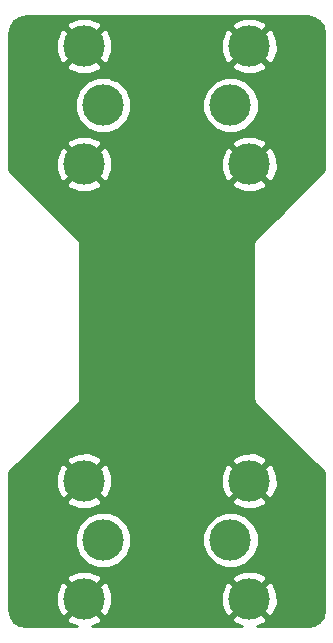
<source format=gbl>
G04 #@! TF.FileFunction,Copper,L2,Bot,Signal*
%FSLAX46Y46*%
G04 Gerber Fmt 4.6, Leading zero omitted, Abs format (unit mm)*
G04 Created by KiCad (PCBNEW (2015-05-13 BZR 5653)-product) date Sunday, September 27, 2015 'PMt' 08:24:50 PM*
%MOMM*%
G01*
G04 APERTURE LIST*
%ADD10C,0.100000*%
%ADD11C,3.500000*%
%ADD12C,0.254000*%
G04 APERTURE END LIST*
D10*
D11*
X137400000Y-115000000D03*
X139000000Y-120000000D03*
X139000000Y-110000000D03*
X126600000Y-115000000D03*
X125000000Y-110000000D03*
X125000000Y-120000000D03*
X137400000Y-78200000D03*
X139000000Y-83200000D03*
X139000000Y-73200000D03*
X126600000Y-78200000D03*
X125000000Y-73200000D03*
X125000000Y-83200000D03*
D12*
G36*
X145315000Y-120932533D02*
X145202502Y-121498093D01*
X144920356Y-121920356D01*
X144498093Y-122202502D01*
X143932532Y-122315000D01*
X141390956Y-122315000D01*
X141390956Y-120443409D01*
X141390956Y-110443409D01*
X141378641Y-109494677D01*
X141039271Y-108675364D01*
X140694528Y-108485077D01*
X140514923Y-108664682D01*
X140514923Y-108305472D01*
X140324636Y-107960729D01*
X139443409Y-107609044D01*
X138494677Y-107621359D01*
X137675364Y-107960729D01*
X137485077Y-108305472D01*
X139000000Y-109820395D01*
X140514923Y-108305472D01*
X140514923Y-108664682D01*
X139179605Y-110000000D01*
X140694528Y-111514923D01*
X141039271Y-111324636D01*
X141390956Y-110443409D01*
X141390956Y-120443409D01*
X141378641Y-119494677D01*
X141039271Y-118675364D01*
X140694528Y-118485077D01*
X140514923Y-118664682D01*
X140514923Y-118305472D01*
X140514923Y-111694528D01*
X139000000Y-110179605D01*
X138820395Y-110359210D01*
X138820395Y-110000000D01*
X137305472Y-108485077D01*
X136960729Y-108675364D01*
X136609044Y-109556591D01*
X136621359Y-110505323D01*
X136960729Y-111324636D01*
X137305472Y-111514923D01*
X138820395Y-110000000D01*
X138820395Y-110359210D01*
X137485077Y-111694528D01*
X137675364Y-112039271D01*
X138556591Y-112390956D01*
X139505323Y-112378641D01*
X140324636Y-112039271D01*
X140514923Y-111694528D01*
X140514923Y-118305472D01*
X140324636Y-117960729D01*
X139785413Y-117745532D01*
X139785413Y-114527675D01*
X139423084Y-113650771D01*
X138752758Y-112979274D01*
X137876487Y-112615415D01*
X136927675Y-112614587D01*
X136050771Y-112976916D01*
X135379274Y-113647242D01*
X135015415Y-114523513D01*
X135014587Y-115472325D01*
X135376916Y-116349229D01*
X136047242Y-117020726D01*
X136923513Y-117384585D01*
X137872325Y-117385413D01*
X138749229Y-117023084D01*
X139420726Y-116352758D01*
X139784585Y-115476487D01*
X139785413Y-114527675D01*
X139785413Y-117745532D01*
X139443409Y-117609044D01*
X138494677Y-117621359D01*
X137675364Y-117960729D01*
X137485077Y-118305472D01*
X139000000Y-119820395D01*
X140514923Y-118305472D01*
X140514923Y-118664682D01*
X139179605Y-120000000D01*
X140694528Y-121514923D01*
X141039271Y-121324636D01*
X141390956Y-120443409D01*
X141390956Y-122315000D01*
X139658966Y-122315000D01*
X140324636Y-122039271D01*
X140514923Y-121694528D01*
X139000000Y-120179605D01*
X138820395Y-120359210D01*
X138820395Y-120000000D01*
X137305472Y-118485077D01*
X136960729Y-118675364D01*
X136609044Y-119556591D01*
X136621359Y-120505323D01*
X136960729Y-121324636D01*
X137305472Y-121514923D01*
X138820395Y-120000000D01*
X138820395Y-120359210D01*
X137485077Y-121694528D01*
X137675364Y-122039271D01*
X138366265Y-122315000D01*
X128985413Y-122315000D01*
X128985413Y-114527675D01*
X128985413Y-77727675D01*
X128623084Y-76850771D01*
X127952758Y-76179274D01*
X127390956Y-75945993D01*
X127390956Y-73643409D01*
X127378641Y-72694677D01*
X127039271Y-71875364D01*
X126694528Y-71685077D01*
X126514923Y-71864682D01*
X126514923Y-71505472D01*
X126324636Y-71160729D01*
X125443409Y-70809044D01*
X124494677Y-70821359D01*
X123675364Y-71160729D01*
X123485077Y-71505472D01*
X125000000Y-73020395D01*
X126514923Y-71505472D01*
X126514923Y-71864682D01*
X125179605Y-73200000D01*
X126694528Y-74714923D01*
X127039271Y-74524636D01*
X127390956Y-73643409D01*
X127390956Y-75945993D01*
X127076487Y-75815415D01*
X126514923Y-75814924D01*
X126514923Y-74894528D01*
X125000000Y-73379605D01*
X124820395Y-73559210D01*
X124820395Y-73200000D01*
X123305472Y-71685077D01*
X122960729Y-71875364D01*
X122609044Y-72756591D01*
X122621359Y-73705323D01*
X122960729Y-74524636D01*
X123305472Y-74714923D01*
X124820395Y-73200000D01*
X124820395Y-73559210D01*
X123485077Y-74894528D01*
X123675364Y-75239271D01*
X124556591Y-75590956D01*
X125505323Y-75578641D01*
X126324636Y-75239271D01*
X126514923Y-74894528D01*
X126514923Y-75814924D01*
X126127675Y-75814587D01*
X125250771Y-76176916D01*
X124579274Y-76847242D01*
X124215415Y-77723513D01*
X124214587Y-78672325D01*
X124576916Y-79549229D01*
X125247242Y-80220726D01*
X126123513Y-80584585D01*
X127072325Y-80585413D01*
X127949229Y-80223084D01*
X128620726Y-79552758D01*
X128984585Y-78676487D01*
X128985413Y-77727675D01*
X128985413Y-114527675D01*
X128623084Y-113650771D01*
X127952758Y-112979274D01*
X127390956Y-112745993D01*
X127390956Y-110443409D01*
X127390956Y-83643409D01*
X127378641Y-82694677D01*
X127039271Y-81875364D01*
X126694528Y-81685077D01*
X126514923Y-81864682D01*
X126514923Y-81505472D01*
X126324636Y-81160729D01*
X125443409Y-80809044D01*
X124494677Y-80821359D01*
X123675364Y-81160729D01*
X123485077Y-81505472D01*
X125000000Y-83020395D01*
X126514923Y-81505472D01*
X126514923Y-81864682D01*
X125179605Y-83200000D01*
X126694528Y-84714923D01*
X127039271Y-84524636D01*
X127390956Y-83643409D01*
X127390956Y-110443409D01*
X127378641Y-109494677D01*
X127039271Y-108675364D01*
X126694528Y-108485077D01*
X126514923Y-108664682D01*
X126514923Y-108305472D01*
X126514923Y-84894528D01*
X125000000Y-83379605D01*
X124820395Y-83559210D01*
X124820395Y-83200000D01*
X123305472Y-81685077D01*
X122960729Y-81875364D01*
X122609044Y-82756591D01*
X122621359Y-83705323D01*
X122960729Y-84524636D01*
X123305472Y-84714923D01*
X124820395Y-83200000D01*
X124820395Y-83559210D01*
X123485077Y-84894528D01*
X123675364Y-85239271D01*
X124556591Y-85590956D01*
X125505323Y-85578641D01*
X126324636Y-85239271D01*
X126514923Y-84894528D01*
X126514923Y-108305472D01*
X126324636Y-107960729D01*
X125443409Y-107609044D01*
X124494677Y-107621359D01*
X123675364Y-107960729D01*
X123485077Y-108305472D01*
X125000000Y-109820395D01*
X126514923Y-108305472D01*
X126514923Y-108664682D01*
X125179605Y-110000000D01*
X126694528Y-111514923D01*
X127039271Y-111324636D01*
X127390956Y-110443409D01*
X127390956Y-112745993D01*
X127076487Y-112615415D01*
X126514923Y-112614924D01*
X126514923Y-111694528D01*
X125000000Y-110179605D01*
X124820395Y-110359210D01*
X124820395Y-110000000D01*
X123305472Y-108485077D01*
X122960729Y-108675364D01*
X122609044Y-109556591D01*
X122621359Y-110505323D01*
X122960729Y-111324636D01*
X123305472Y-111514923D01*
X124820395Y-110000000D01*
X124820395Y-110359210D01*
X123485077Y-111694528D01*
X123675364Y-112039271D01*
X124556591Y-112390956D01*
X125505323Y-112378641D01*
X126324636Y-112039271D01*
X126514923Y-111694528D01*
X126514923Y-112614924D01*
X126127675Y-112614587D01*
X125250771Y-112976916D01*
X124579274Y-113647242D01*
X124215415Y-114523513D01*
X124214587Y-115472325D01*
X124576916Y-116349229D01*
X125247242Y-117020726D01*
X126123513Y-117384585D01*
X127072325Y-117385413D01*
X127949229Y-117023084D01*
X128620726Y-116352758D01*
X128984585Y-115476487D01*
X128985413Y-114527675D01*
X128985413Y-122315000D01*
X127390956Y-122315000D01*
X127390956Y-120443409D01*
X127378641Y-119494677D01*
X127039271Y-118675364D01*
X126694528Y-118485077D01*
X126514923Y-118664682D01*
X126514923Y-118305472D01*
X126324636Y-117960729D01*
X125443409Y-117609044D01*
X124494677Y-117621359D01*
X123675364Y-117960729D01*
X123485077Y-118305472D01*
X125000000Y-119820395D01*
X126514923Y-118305472D01*
X126514923Y-118664682D01*
X125179605Y-120000000D01*
X126694528Y-121514923D01*
X127039271Y-121324636D01*
X127390956Y-120443409D01*
X127390956Y-122315000D01*
X125658966Y-122315000D01*
X126324636Y-122039271D01*
X126514923Y-121694528D01*
X125000000Y-120179605D01*
X124820395Y-120359210D01*
X124820395Y-120000000D01*
X123305472Y-118485077D01*
X122960729Y-118675364D01*
X122609044Y-119556591D01*
X122621359Y-120505323D01*
X122960729Y-121324636D01*
X123305472Y-121514923D01*
X124820395Y-120000000D01*
X124820395Y-120359210D01*
X123485077Y-121694528D01*
X123675364Y-122039271D01*
X124366265Y-122315000D01*
X120067466Y-122315000D01*
X119501906Y-122202502D01*
X119079643Y-121920356D01*
X118797497Y-121498093D01*
X118685000Y-120932532D01*
X118685000Y-109283736D01*
X124484368Y-103484368D01*
X124632857Y-103262138D01*
X124685000Y-103000000D01*
X124685000Y-90000000D01*
X124632857Y-89737862D01*
X124484368Y-89515632D01*
X118685000Y-83716264D01*
X118685000Y-72067467D01*
X118797497Y-71501906D01*
X119079643Y-71079643D01*
X119501906Y-70797497D01*
X120067466Y-70685000D01*
X143932532Y-70685000D01*
X144498093Y-70797497D01*
X144920356Y-71079643D01*
X145202502Y-71501906D01*
X145315000Y-72067466D01*
X145315000Y-83716264D01*
X141390956Y-87640308D01*
X141390956Y-83643409D01*
X141390956Y-73643409D01*
X141378641Y-72694677D01*
X141039271Y-71875364D01*
X140694528Y-71685077D01*
X140514923Y-71864682D01*
X140514923Y-71505472D01*
X140324636Y-71160729D01*
X139443409Y-70809044D01*
X138494677Y-70821359D01*
X137675364Y-71160729D01*
X137485077Y-71505472D01*
X139000000Y-73020395D01*
X140514923Y-71505472D01*
X140514923Y-71864682D01*
X139179605Y-73200000D01*
X140694528Y-74714923D01*
X141039271Y-74524636D01*
X141390956Y-73643409D01*
X141390956Y-83643409D01*
X141378641Y-82694677D01*
X141039271Y-81875364D01*
X140694528Y-81685077D01*
X140514923Y-81864682D01*
X140514923Y-81505472D01*
X140514923Y-74894528D01*
X139000000Y-73379605D01*
X138820395Y-73559210D01*
X138820395Y-73200000D01*
X137305472Y-71685077D01*
X136960729Y-71875364D01*
X136609044Y-72756591D01*
X136621359Y-73705323D01*
X136960729Y-74524636D01*
X137305472Y-74714923D01*
X138820395Y-73200000D01*
X138820395Y-73559210D01*
X137485077Y-74894528D01*
X137675364Y-75239271D01*
X138556591Y-75590956D01*
X139505323Y-75578641D01*
X140324636Y-75239271D01*
X140514923Y-74894528D01*
X140514923Y-81505472D01*
X140324636Y-81160729D01*
X139785413Y-80945532D01*
X139785413Y-77727675D01*
X139423084Y-76850771D01*
X138752758Y-76179274D01*
X137876487Y-75815415D01*
X136927675Y-75814587D01*
X136050771Y-76176916D01*
X135379274Y-76847242D01*
X135015415Y-77723513D01*
X135014587Y-78672325D01*
X135376916Y-79549229D01*
X136047242Y-80220726D01*
X136923513Y-80584585D01*
X137872325Y-80585413D01*
X138749229Y-80223084D01*
X139420726Y-79552758D01*
X139784585Y-78676487D01*
X139785413Y-77727675D01*
X139785413Y-80945532D01*
X139443409Y-80809044D01*
X138494677Y-80821359D01*
X137675364Y-81160729D01*
X137485077Y-81505472D01*
X139000000Y-83020395D01*
X140514923Y-81505472D01*
X140514923Y-81864682D01*
X139179605Y-83200000D01*
X140694528Y-84714923D01*
X141039271Y-84524636D01*
X141390956Y-83643409D01*
X141390956Y-87640308D01*
X140514923Y-88516341D01*
X140514923Y-84894528D01*
X139000000Y-83379605D01*
X138820395Y-83559210D01*
X138820395Y-83200000D01*
X137305472Y-81685077D01*
X136960729Y-81875364D01*
X136609044Y-82756591D01*
X136621359Y-83705323D01*
X136960729Y-84524636D01*
X137305472Y-84714923D01*
X138820395Y-83200000D01*
X138820395Y-83559210D01*
X137485077Y-84894528D01*
X137675364Y-85239271D01*
X138556591Y-85590956D01*
X139505323Y-85578641D01*
X140324636Y-85239271D01*
X140514923Y-84894528D01*
X140514923Y-88516341D01*
X139515632Y-89515632D01*
X139367143Y-89737862D01*
X139315000Y-90000000D01*
X139315000Y-103000000D01*
X139367143Y-103262138D01*
X139515632Y-103484368D01*
X145315000Y-109283736D01*
X145315000Y-120932533D01*
X145315000Y-120932533D01*
G37*
X145315000Y-120932533D02*
X145202502Y-121498093D01*
X144920356Y-121920356D01*
X144498093Y-122202502D01*
X143932532Y-122315000D01*
X141390956Y-122315000D01*
X141390956Y-120443409D01*
X141390956Y-110443409D01*
X141378641Y-109494677D01*
X141039271Y-108675364D01*
X140694528Y-108485077D01*
X140514923Y-108664682D01*
X140514923Y-108305472D01*
X140324636Y-107960729D01*
X139443409Y-107609044D01*
X138494677Y-107621359D01*
X137675364Y-107960729D01*
X137485077Y-108305472D01*
X139000000Y-109820395D01*
X140514923Y-108305472D01*
X140514923Y-108664682D01*
X139179605Y-110000000D01*
X140694528Y-111514923D01*
X141039271Y-111324636D01*
X141390956Y-110443409D01*
X141390956Y-120443409D01*
X141378641Y-119494677D01*
X141039271Y-118675364D01*
X140694528Y-118485077D01*
X140514923Y-118664682D01*
X140514923Y-118305472D01*
X140514923Y-111694528D01*
X139000000Y-110179605D01*
X138820395Y-110359210D01*
X138820395Y-110000000D01*
X137305472Y-108485077D01*
X136960729Y-108675364D01*
X136609044Y-109556591D01*
X136621359Y-110505323D01*
X136960729Y-111324636D01*
X137305472Y-111514923D01*
X138820395Y-110000000D01*
X138820395Y-110359210D01*
X137485077Y-111694528D01*
X137675364Y-112039271D01*
X138556591Y-112390956D01*
X139505323Y-112378641D01*
X140324636Y-112039271D01*
X140514923Y-111694528D01*
X140514923Y-118305472D01*
X140324636Y-117960729D01*
X139785413Y-117745532D01*
X139785413Y-114527675D01*
X139423084Y-113650771D01*
X138752758Y-112979274D01*
X137876487Y-112615415D01*
X136927675Y-112614587D01*
X136050771Y-112976916D01*
X135379274Y-113647242D01*
X135015415Y-114523513D01*
X135014587Y-115472325D01*
X135376916Y-116349229D01*
X136047242Y-117020726D01*
X136923513Y-117384585D01*
X137872325Y-117385413D01*
X138749229Y-117023084D01*
X139420726Y-116352758D01*
X139784585Y-115476487D01*
X139785413Y-114527675D01*
X139785413Y-117745532D01*
X139443409Y-117609044D01*
X138494677Y-117621359D01*
X137675364Y-117960729D01*
X137485077Y-118305472D01*
X139000000Y-119820395D01*
X140514923Y-118305472D01*
X140514923Y-118664682D01*
X139179605Y-120000000D01*
X140694528Y-121514923D01*
X141039271Y-121324636D01*
X141390956Y-120443409D01*
X141390956Y-122315000D01*
X139658966Y-122315000D01*
X140324636Y-122039271D01*
X140514923Y-121694528D01*
X139000000Y-120179605D01*
X138820395Y-120359210D01*
X138820395Y-120000000D01*
X137305472Y-118485077D01*
X136960729Y-118675364D01*
X136609044Y-119556591D01*
X136621359Y-120505323D01*
X136960729Y-121324636D01*
X137305472Y-121514923D01*
X138820395Y-120000000D01*
X138820395Y-120359210D01*
X137485077Y-121694528D01*
X137675364Y-122039271D01*
X138366265Y-122315000D01*
X128985413Y-122315000D01*
X128985413Y-114527675D01*
X128985413Y-77727675D01*
X128623084Y-76850771D01*
X127952758Y-76179274D01*
X127390956Y-75945993D01*
X127390956Y-73643409D01*
X127378641Y-72694677D01*
X127039271Y-71875364D01*
X126694528Y-71685077D01*
X126514923Y-71864682D01*
X126514923Y-71505472D01*
X126324636Y-71160729D01*
X125443409Y-70809044D01*
X124494677Y-70821359D01*
X123675364Y-71160729D01*
X123485077Y-71505472D01*
X125000000Y-73020395D01*
X126514923Y-71505472D01*
X126514923Y-71864682D01*
X125179605Y-73200000D01*
X126694528Y-74714923D01*
X127039271Y-74524636D01*
X127390956Y-73643409D01*
X127390956Y-75945993D01*
X127076487Y-75815415D01*
X126514923Y-75814924D01*
X126514923Y-74894528D01*
X125000000Y-73379605D01*
X124820395Y-73559210D01*
X124820395Y-73200000D01*
X123305472Y-71685077D01*
X122960729Y-71875364D01*
X122609044Y-72756591D01*
X122621359Y-73705323D01*
X122960729Y-74524636D01*
X123305472Y-74714923D01*
X124820395Y-73200000D01*
X124820395Y-73559210D01*
X123485077Y-74894528D01*
X123675364Y-75239271D01*
X124556591Y-75590956D01*
X125505323Y-75578641D01*
X126324636Y-75239271D01*
X126514923Y-74894528D01*
X126514923Y-75814924D01*
X126127675Y-75814587D01*
X125250771Y-76176916D01*
X124579274Y-76847242D01*
X124215415Y-77723513D01*
X124214587Y-78672325D01*
X124576916Y-79549229D01*
X125247242Y-80220726D01*
X126123513Y-80584585D01*
X127072325Y-80585413D01*
X127949229Y-80223084D01*
X128620726Y-79552758D01*
X128984585Y-78676487D01*
X128985413Y-77727675D01*
X128985413Y-114527675D01*
X128623084Y-113650771D01*
X127952758Y-112979274D01*
X127390956Y-112745993D01*
X127390956Y-110443409D01*
X127390956Y-83643409D01*
X127378641Y-82694677D01*
X127039271Y-81875364D01*
X126694528Y-81685077D01*
X126514923Y-81864682D01*
X126514923Y-81505472D01*
X126324636Y-81160729D01*
X125443409Y-80809044D01*
X124494677Y-80821359D01*
X123675364Y-81160729D01*
X123485077Y-81505472D01*
X125000000Y-83020395D01*
X126514923Y-81505472D01*
X126514923Y-81864682D01*
X125179605Y-83200000D01*
X126694528Y-84714923D01*
X127039271Y-84524636D01*
X127390956Y-83643409D01*
X127390956Y-110443409D01*
X127378641Y-109494677D01*
X127039271Y-108675364D01*
X126694528Y-108485077D01*
X126514923Y-108664682D01*
X126514923Y-108305472D01*
X126514923Y-84894528D01*
X125000000Y-83379605D01*
X124820395Y-83559210D01*
X124820395Y-83200000D01*
X123305472Y-81685077D01*
X122960729Y-81875364D01*
X122609044Y-82756591D01*
X122621359Y-83705323D01*
X122960729Y-84524636D01*
X123305472Y-84714923D01*
X124820395Y-83200000D01*
X124820395Y-83559210D01*
X123485077Y-84894528D01*
X123675364Y-85239271D01*
X124556591Y-85590956D01*
X125505323Y-85578641D01*
X126324636Y-85239271D01*
X126514923Y-84894528D01*
X126514923Y-108305472D01*
X126324636Y-107960729D01*
X125443409Y-107609044D01*
X124494677Y-107621359D01*
X123675364Y-107960729D01*
X123485077Y-108305472D01*
X125000000Y-109820395D01*
X126514923Y-108305472D01*
X126514923Y-108664682D01*
X125179605Y-110000000D01*
X126694528Y-111514923D01*
X127039271Y-111324636D01*
X127390956Y-110443409D01*
X127390956Y-112745993D01*
X127076487Y-112615415D01*
X126514923Y-112614924D01*
X126514923Y-111694528D01*
X125000000Y-110179605D01*
X124820395Y-110359210D01*
X124820395Y-110000000D01*
X123305472Y-108485077D01*
X122960729Y-108675364D01*
X122609044Y-109556591D01*
X122621359Y-110505323D01*
X122960729Y-111324636D01*
X123305472Y-111514923D01*
X124820395Y-110000000D01*
X124820395Y-110359210D01*
X123485077Y-111694528D01*
X123675364Y-112039271D01*
X124556591Y-112390956D01*
X125505323Y-112378641D01*
X126324636Y-112039271D01*
X126514923Y-111694528D01*
X126514923Y-112614924D01*
X126127675Y-112614587D01*
X125250771Y-112976916D01*
X124579274Y-113647242D01*
X124215415Y-114523513D01*
X124214587Y-115472325D01*
X124576916Y-116349229D01*
X125247242Y-117020726D01*
X126123513Y-117384585D01*
X127072325Y-117385413D01*
X127949229Y-117023084D01*
X128620726Y-116352758D01*
X128984585Y-115476487D01*
X128985413Y-114527675D01*
X128985413Y-122315000D01*
X127390956Y-122315000D01*
X127390956Y-120443409D01*
X127378641Y-119494677D01*
X127039271Y-118675364D01*
X126694528Y-118485077D01*
X126514923Y-118664682D01*
X126514923Y-118305472D01*
X126324636Y-117960729D01*
X125443409Y-117609044D01*
X124494677Y-117621359D01*
X123675364Y-117960729D01*
X123485077Y-118305472D01*
X125000000Y-119820395D01*
X126514923Y-118305472D01*
X126514923Y-118664682D01*
X125179605Y-120000000D01*
X126694528Y-121514923D01*
X127039271Y-121324636D01*
X127390956Y-120443409D01*
X127390956Y-122315000D01*
X125658966Y-122315000D01*
X126324636Y-122039271D01*
X126514923Y-121694528D01*
X125000000Y-120179605D01*
X124820395Y-120359210D01*
X124820395Y-120000000D01*
X123305472Y-118485077D01*
X122960729Y-118675364D01*
X122609044Y-119556591D01*
X122621359Y-120505323D01*
X122960729Y-121324636D01*
X123305472Y-121514923D01*
X124820395Y-120000000D01*
X124820395Y-120359210D01*
X123485077Y-121694528D01*
X123675364Y-122039271D01*
X124366265Y-122315000D01*
X120067466Y-122315000D01*
X119501906Y-122202502D01*
X119079643Y-121920356D01*
X118797497Y-121498093D01*
X118685000Y-120932532D01*
X118685000Y-109283736D01*
X124484368Y-103484368D01*
X124632857Y-103262138D01*
X124685000Y-103000000D01*
X124685000Y-90000000D01*
X124632857Y-89737862D01*
X124484368Y-89515632D01*
X118685000Y-83716264D01*
X118685000Y-72067467D01*
X118797497Y-71501906D01*
X119079643Y-71079643D01*
X119501906Y-70797497D01*
X120067466Y-70685000D01*
X143932532Y-70685000D01*
X144498093Y-70797497D01*
X144920356Y-71079643D01*
X145202502Y-71501906D01*
X145315000Y-72067466D01*
X145315000Y-83716264D01*
X141390956Y-87640308D01*
X141390956Y-83643409D01*
X141390956Y-73643409D01*
X141378641Y-72694677D01*
X141039271Y-71875364D01*
X140694528Y-71685077D01*
X140514923Y-71864682D01*
X140514923Y-71505472D01*
X140324636Y-71160729D01*
X139443409Y-70809044D01*
X138494677Y-70821359D01*
X137675364Y-71160729D01*
X137485077Y-71505472D01*
X139000000Y-73020395D01*
X140514923Y-71505472D01*
X140514923Y-71864682D01*
X139179605Y-73200000D01*
X140694528Y-74714923D01*
X141039271Y-74524636D01*
X141390956Y-73643409D01*
X141390956Y-83643409D01*
X141378641Y-82694677D01*
X141039271Y-81875364D01*
X140694528Y-81685077D01*
X140514923Y-81864682D01*
X140514923Y-81505472D01*
X140514923Y-74894528D01*
X139000000Y-73379605D01*
X138820395Y-73559210D01*
X138820395Y-73200000D01*
X137305472Y-71685077D01*
X136960729Y-71875364D01*
X136609044Y-72756591D01*
X136621359Y-73705323D01*
X136960729Y-74524636D01*
X137305472Y-74714923D01*
X138820395Y-73200000D01*
X138820395Y-73559210D01*
X137485077Y-74894528D01*
X137675364Y-75239271D01*
X138556591Y-75590956D01*
X139505323Y-75578641D01*
X140324636Y-75239271D01*
X140514923Y-74894528D01*
X140514923Y-81505472D01*
X140324636Y-81160729D01*
X139785413Y-80945532D01*
X139785413Y-77727675D01*
X139423084Y-76850771D01*
X138752758Y-76179274D01*
X137876487Y-75815415D01*
X136927675Y-75814587D01*
X136050771Y-76176916D01*
X135379274Y-76847242D01*
X135015415Y-77723513D01*
X135014587Y-78672325D01*
X135376916Y-79549229D01*
X136047242Y-80220726D01*
X136923513Y-80584585D01*
X137872325Y-80585413D01*
X138749229Y-80223084D01*
X139420726Y-79552758D01*
X139784585Y-78676487D01*
X139785413Y-77727675D01*
X139785413Y-80945532D01*
X139443409Y-80809044D01*
X138494677Y-80821359D01*
X137675364Y-81160729D01*
X137485077Y-81505472D01*
X139000000Y-83020395D01*
X140514923Y-81505472D01*
X140514923Y-81864682D01*
X139179605Y-83200000D01*
X140694528Y-84714923D01*
X141039271Y-84524636D01*
X141390956Y-83643409D01*
X141390956Y-87640308D01*
X140514923Y-88516341D01*
X140514923Y-84894528D01*
X139000000Y-83379605D01*
X138820395Y-83559210D01*
X138820395Y-83200000D01*
X137305472Y-81685077D01*
X136960729Y-81875364D01*
X136609044Y-82756591D01*
X136621359Y-83705323D01*
X136960729Y-84524636D01*
X137305472Y-84714923D01*
X138820395Y-83200000D01*
X138820395Y-83559210D01*
X137485077Y-84894528D01*
X137675364Y-85239271D01*
X138556591Y-85590956D01*
X139505323Y-85578641D01*
X140324636Y-85239271D01*
X140514923Y-84894528D01*
X140514923Y-88516341D01*
X139515632Y-89515632D01*
X139367143Y-89737862D01*
X139315000Y-90000000D01*
X139315000Y-103000000D01*
X139367143Y-103262138D01*
X139515632Y-103484368D01*
X145315000Y-109283736D01*
X145315000Y-120932533D01*
M02*

</source>
